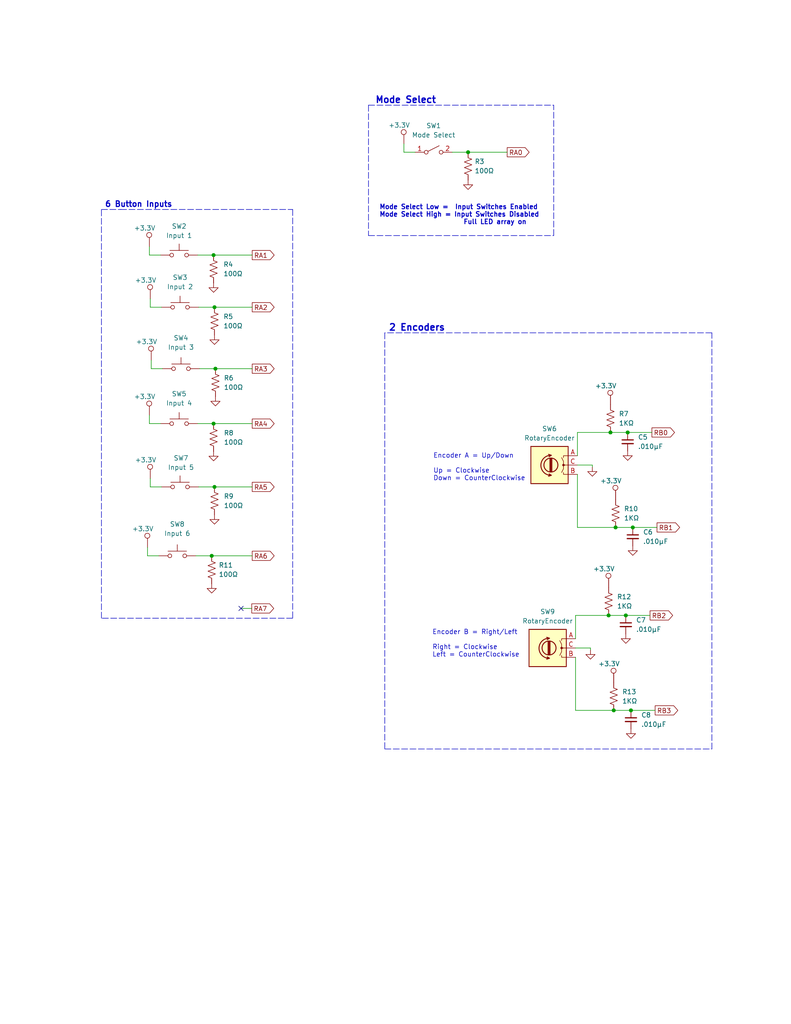
<source format=kicad_sch>
(kicad_sch (version 20211123) (generator eeschema)

  (uuid a2faa850-089b-4cae-a938-3c915691b200)

  (paper "A" portrait)

  (title_block
    (title "Peripheral Control PCB Deisgn")
    (date "2023-12-08")
    (rev "A")
  )

  (lib_symbols
    (symbol "+3.3V_2" (power) (pin_numbers hide) (pin_names hide) (in_bom no) (on_board no)
      (property "Reference" "#PWR" (id 0) (at -2.54 -3.81 0)
        (effects (font (size 1.27 1.27)) hide)
      )
      (property "Value" "+3.3V_2" (id 1) (at -1.5748 1.1176 0)
        (effects (font (size 1.27 1.27)))
      )
      (property "Footprint" "" (id 2) (at -2.54 -3.81 0)
        (effects (font (size 1.27 1.27)) hide)
      )
      (property "Datasheet" "" (id 3) (at -2.54 -3.81 0)
        (effects (font (size 1.27 1.27)) hide)
      )
      (symbol "+3.3V_2_0_1"
        (circle (center 2.4892 0.6604) (radius 0.691)
          (stroke (width 0) (type default) (color 0 0 0 0))
          (fill (type none))
        )
      )
      (symbol "+3.3V_2_1_1"
        (pin power_in line (at 2.54 -2.54 90) (length 2.54)
          (name "+3.3V" (effects (font (size 1.27 1.27))))
          (number "~" (effects (font (size 1.27 1.27))))
        )
      )
    )
    (symbol "Device:C_Small" (pin_numbers hide) (pin_names (offset 0.254) hide) (in_bom yes) (on_board yes)
      (property "Reference" "C" (id 0) (at 0.254 1.778 0)
        (effects (font (size 1.27 1.27)) (justify left))
      )
      (property "Value" "C_Small" (id 1) (at 0.254 -2.032 0)
        (effects (font (size 1.27 1.27)) (justify left))
      )
      (property "Footprint" "" (id 2) (at 0 0 0)
        (effects (font (size 1.27 1.27)) hide)
      )
      (property "Datasheet" "~" (id 3) (at 0 0 0)
        (effects (font (size 1.27 1.27)) hide)
      )
      (property "ki_keywords" "capacitor cap" (id 4) (at 0 0 0)
        (effects (font (size 1.27 1.27)) hide)
      )
      (property "ki_description" "Unpolarized capacitor, small symbol" (id 5) (at 0 0 0)
        (effects (font (size 1.27 1.27)) hide)
      )
      (property "ki_fp_filters" "C_*" (id 6) (at 0 0 0)
        (effects (font (size 1.27 1.27)) hide)
      )
      (symbol "C_Small_0_1"
        (polyline
          (pts
            (xy -1.524 -0.508)
            (xy 1.524 -0.508)
          )
          (stroke (width 0.3302) (type default) (color 0 0 0 0))
          (fill (type none))
        )
        (polyline
          (pts
            (xy -1.524 0.508)
            (xy 1.524 0.508)
          )
          (stroke (width 0.3048) (type default) (color 0 0 0 0))
          (fill (type none))
        )
      )
      (symbol "C_Small_1_1"
        (pin passive line (at 0 2.54 270) (length 2.032)
          (name "~" (effects (font (size 1.27 1.27))))
          (number "1" (effects (font (size 1.27 1.27))))
        )
        (pin passive line (at 0 -2.54 90) (length 2.032)
          (name "~" (effects (font (size 1.27 1.27))))
          (number "2" (effects (font (size 1.27 1.27))))
        )
      )
    )
    (symbol "Device:R_US" (pin_numbers hide) (pin_names (offset 0)) (in_bom yes) (on_board yes)
      (property "Reference" "R" (id 0) (at 2.54 0 90)
        (effects (font (size 1.27 1.27)))
      )
      (property "Value" "R_US" (id 1) (at -2.54 0 90)
        (effects (font (size 1.27 1.27)))
      )
      (property "Footprint" "" (id 2) (at 1.016 -0.254 90)
        (effects (font (size 1.27 1.27)) hide)
      )
      (property "Datasheet" "~" (id 3) (at 0 0 0)
        (effects (font (size 1.27 1.27)) hide)
      )
      (property "ki_keywords" "R res resistor" (id 4) (at 0 0 0)
        (effects (font (size 1.27 1.27)) hide)
      )
      (property "ki_description" "Resistor, US symbol" (id 5) (at 0 0 0)
        (effects (font (size 1.27 1.27)) hide)
      )
      (property "ki_fp_filters" "R_*" (id 6) (at 0 0 0)
        (effects (font (size 1.27 1.27)) hide)
      )
      (symbol "R_US_0_1"
        (polyline
          (pts
            (xy 0 -2.286)
            (xy 0 -2.54)
          )
          (stroke (width 0) (type default) (color 0 0 0 0))
          (fill (type none))
        )
        (polyline
          (pts
            (xy 0 2.286)
            (xy 0 2.54)
          )
          (stroke (width 0) (type default) (color 0 0 0 0))
          (fill (type none))
        )
        (polyline
          (pts
            (xy 0 -0.762)
            (xy 1.016 -1.143)
            (xy 0 -1.524)
            (xy -1.016 -1.905)
            (xy 0 -2.286)
          )
          (stroke (width 0) (type default) (color 0 0 0 0))
          (fill (type none))
        )
        (polyline
          (pts
            (xy 0 0.762)
            (xy 1.016 0.381)
            (xy 0 0)
            (xy -1.016 -0.381)
            (xy 0 -0.762)
          )
          (stroke (width 0) (type default) (color 0 0 0 0))
          (fill (type none))
        )
        (polyline
          (pts
            (xy 0 2.286)
            (xy 1.016 1.905)
            (xy 0 1.524)
            (xy -1.016 1.143)
            (xy 0 0.762)
          )
          (stroke (width 0) (type default) (color 0 0 0 0))
          (fill (type none))
        )
      )
      (symbol "R_US_1_1"
        (pin passive line (at 0 3.81 270) (length 1.27)
          (name "~" (effects (font (size 1.27 1.27))))
          (number "1" (effects (font (size 1.27 1.27))))
        )
        (pin passive line (at 0 -3.81 90) (length 1.27)
          (name "~" (effects (font (size 1.27 1.27))))
          (number "2" (effects (font (size 1.27 1.27))))
        )
      )
    )
    (symbol "Device:RotaryEncoder" (pin_names (offset 0.254) hide) (in_bom yes) (on_board yes)
      (property "Reference" "SW" (id 0) (at 0 6.604 0)
        (effects (font (size 1.27 1.27)))
      )
      (property "Value" "RotaryEncoder" (id 1) (at 0 -6.604 0)
        (effects (font (size 1.27 1.27)))
      )
      (property "Footprint" "" (id 2) (at -3.81 4.064 0)
        (effects (font (size 1.27 1.27)) hide)
      )
      (property "Datasheet" "~" (id 3) (at 0 6.604 0)
        (effects (font (size 1.27 1.27)) hide)
      )
      (property "ki_keywords" "rotary switch encoder" (id 4) (at 0 0 0)
        (effects (font (size 1.27 1.27)) hide)
      )
      (property "ki_description" "Rotary encoder, dual channel, incremental quadrate outputs" (id 5) (at 0 0 0)
        (effects (font (size 1.27 1.27)) hide)
      )
      (property "ki_fp_filters" "RotaryEncoder*" (id 6) (at 0 0 0)
        (effects (font (size 1.27 1.27)) hide)
      )
      (symbol "RotaryEncoder_0_1"
        (rectangle (start -5.08 5.08) (end 5.08 -5.08)
          (stroke (width 0.254) (type default) (color 0 0 0 0))
          (fill (type background))
        )
        (circle (center -3.81 0) (radius 0.254)
          (stroke (width 0) (type default) (color 0 0 0 0))
          (fill (type outline))
        )
        (arc (start -0.381 -2.794) (mid 2.3622 -0.0635) (end -0.381 2.667)
          (stroke (width 0.254) (type default) (color 0 0 0 0))
          (fill (type none))
        )
        (circle (center -0.381 0) (radius 1.905)
          (stroke (width 0.254) (type default) (color 0 0 0 0))
          (fill (type none))
        )
        (polyline
          (pts
            (xy -0.635 -1.778)
            (xy -0.635 1.778)
          )
          (stroke (width 0.254) (type default) (color 0 0 0 0))
          (fill (type none))
        )
        (polyline
          (pts
            (xy -0.381 -1.778)
            (xy -0.381 1.778)
          )
          (stroke (width 0.254) (type default) (color 0 0 0 0))
          (fill (type none))
        )
        (polyline
          (pts
            (xy -0.127 1.778)
            (xy -0.127 -1.778)
          )
          (stroke (width 0.254) (type default) (color 0 0 0 0))
          (fill (type none))
        )
        (polyline
          (pts
            (xy -5.08 -2.54)
            (xy -3.81 -2.54)
            (xy -3.81 -2.032)
          )
          (stroke (width 0) (type default) (color 0 0 0 0))
          (fill (type none))
        )
        (polyline
          (pts
            (xy -5.08 2.54)
            (xy -3.81 2.54)
            (xy -3.81 2.032)
          )
          (stroke (width 0) (type default) (color 0 0 0 0))
          (fill (type none))
        )
        (polyline
          (pts
            (xy 0.254 -3.048)
            (xy -0.508 -2.794)
            (xy 0.127 -2.413)
          )
          (stroke (width 0.254) (type default) (color 0 0 0 0))
          (fill (type none))
        )
        (polyline
          (pts
            (xy 0.254 2.921)
            (xy -0.508 2.667)
            (xy 0.127 2.286)
          )
          (stroke (width 0.254) (type default) (color 0 0 0 0))
          (fill (type none))
        )
        (polyline
          (pts
            (xy -5.08 0)
            (xy -3.81 0)
            (xy -3.81 -1.016)
            (xy -3.302 -2.032)
          )
          (stroke (width 0) (type default) (color 0 0 0 0))
          (fill (type none))
        )
        (polyline
          (pts
            (xy -4.318 0)
            (xy -3.81 0)
            (xy -3.81 1.016)
            (xy -3.302 2.032)
          )
          (stroke (width 0) (type default) (color 0 0 0 0))
          (fill (type none))
        )
      )
      (symbol "RotaryEncoder_1_1"
        (pin passive line (at -7.62 2.54 0) (length 2.54)
          (name "A" (effects (font (size 1.27 1.27))))
          (number "A" (effects (font (size 1.27 1.27))))
        )
        (pin passive line (at -7.62 -2.54 0) (length 2.54)
          (name "B" (effects (font (size 1.27 1.27))))
          (number "B" (effects (font (size 1.27 1.27))))
        )
        (pin passive line (at -7.62 0 0) (length 2.54)
          (name "C" (effects (font (size 1.27 1.27))))
          (number "C" (effects (font (size 1.27 1.27))))
        )
      )
    )
    (symbol "Switch:SW_Push" (pin_numbers hide) (pin_names (offset 1.016) hide) (in_bom yes) (on_board yes)
      (property "Reference" "SW" (id 0) (at 1.27 2.54 0)
        (effects (font (size 1.27 1.27)) (justify left))
      )
      (property "Value" "SW_Push" (id 1) (at 0 -1.524 0)
        (effects (font (size 1.27 1.27)))
      )
      (property "Footprint" "" (id 2) (at 0 5.08 0)
        (effects (font (size 1.27 1.27)) hide)
      )
      (property "Datasheet" "~" (id 3) (at 0 5.08 0)
        (effects (font (size 1.27 1.27)) hide)
      )
      (property "ki_keywords" "switch normally-open pushbutton push-button" (id 4) (at 0 0 0)
        (effects (font (size 1.27 1.27)) hide)
      )
      (property "ki_description" "Push button switch, generic, two pins" (id 5) (at 0 0 0)
        (effects (font (size 1.27 1.27)) hide)
      )
      (symbol "SW_Push_0_1"
        (circle (center -2.032 0) (radius 0.508)
          (stroke (width 0) (type default) (color 0 0 0 0))
          (fill (type none))
        )
        (polyline
          (pts
            (xy 0 1.27)
            (xy 0 3.048)
          )
          (stroke (width 0) (type default) (color 0 0 0 0))
          (fill (type none))
        )
        (polyline
          (pts
            (xy 2.54 1.27)
            (xy -2.54 1.27)
          )
          (stroke (width 0) (type default) (color 0 0 0 0))
          (fill (type none))
        )
        (circle (center 2.032 0) (radius 0.508)
          (stroke (width 0) (type default) (color 0 0 0 0))
          (fill (type none))
        )
        (pin passive line (at -5.08 0 0) (length 2.54)
          (name "1" (effects (font (size 1.27 1.27))))
          (number "1" (effects (font (size 1.27 1.27))))
        )
        (pin passive line (at 5.08 0 180) (length 2.54)
          (name "2" (effects (font (size 1.27 1.27))))
          (number "2" (effects (font (size 1.27 1.27))))
        )
      )
    )
    (symbol "Switch:SW_SPST" (pin_names (offset 0) hide) (in_bom yes) (on_board yes)
      (property "Reference" "SW" (id 0) (at 0 3.175 0)
        (effects (font (size 1.27 1.27)))
      )
      (property "Value" "SW_SPST" (id 1) (at 0 -2.54 0)
        (effects (font (size 1.27 1.27)))
      )
      (property "Footprint" "" (id 2) (at 0 0 0)
        (effects (font (size 1.27 1.27)) hide)
      )
      (property "Datasheet" "~" (id 3) (at 0 0 0)
        (effects (font (size 1.27 1.27)) hide)
      )
      (property "ki_keywords" "switch lever" (id 4) (at 0 0 0)
        (effects (font (size 1.27 1.27)) hide)
      )
      (property "ki_description" "Single Pole Single Throw (SPST) switch" (id 5) (at 0 0 0)
        (effects (font (size 1.27 1.27)) hide)
      )
      (symbol "SW_SPST_0_0"
        (circle (center -2.032 0) (radius 0.508)
          (stroke (width 0) (type default) (color 0 0 0 0))
          (fill (type none))
        )
        (polyline
          (pts
            (xy -1.524 0.254)
            (xy 1.524 1.778)
          )
          (stroke (width 0) (type default) (color 0 0 0 0))
          (fill (type none))
        )
        (circle (center 2.032 0) (radius 0.508)
          (stroke (width 0) (type default) (color 0 0 0 0))
          (fill (type none))
        )
      )
      (symbol "SW_SPST_1_1"
        (pin passive line (at -5.08 0 0) (length 2.54)
          (name "A" (effects (font (size 1.27 1.27))))
          (number "1" (effects (font (size 1.27 1.27))))
        )
        (pin passive line (at 5.08 0 180) (length 2.54)
          (name "B" (effects (font (size 1.27 1.27))))
          (number "2" (effects (font (size 1.27 1.27))))
        )
      )
    )
    (symbol "power:GND" (power) (pin_numbers hide) (pin_names (offset 0) hide) (in_bom yes) (on_board yes)
      (property "Reference" "#PWR" (id 0) (at 0 -6.35 0)
        (effects (font (size 1.27 1.27)) hide)
      )
      (property "Value" "GND" (id 1) (at 0 -3.81 0)
        (effects (font (size 1.27 1.27)))
      )
      (property "Footprint" "" (id 2) (at 0 0 0)
        (effects (font (size 1.27 1.27)) hide)
      )
      (property "Datasheet" "" (id 3) (at 0 0 0)
        (effects (font (size 1.27 1.27)) hide)
      )
      (property "ki_keywords" "power-flag" (id 4) (at 0 0 0)
        (effects (font (size 1.27 1.27)) hide)
      )
      (property "ki_description" "Power symbol creates a global label with name \"GND\" , ground" (id 5) (at 0 0 0)
        (effects (font (size 1.27 1.27)) hide)
      )
      (symbol "GND_0_1"
        (polyline
          (pts
            (xy 0 0)
            (xy 0 -1.27)
            (xy 1.27 -1.27)
            (xy 0 -2.54)
            (xy -1.27 -1.27)
            (xy 0 -1.27)
          )
          (stroke (width 0) (type default) (color 0 0 0 0))
          (fill (type none))
        )
      )
      (symbol "GND_1_1"
        (pin power_in line (at 0 0 270) (length 0) hide
          (name "GND" (effects (font (size 1.27 1.27))))
          (number "1" (effects (font (size 1.27 1.27))))
        )
      )
    )
  )

  (junction (at 57.785 151.638) (diameter 0) (color 0 0 0 0)
    (uuid 0fbbef99-4ab6-48d7-ba8f-33d61c7149f7)
  )
  (junction (at 170.815 167.894) (diameter 0) (color 0 0 0 0)
    (uuid 15b408c1-c1e3-4422-9bbf-4ed375152e7b)
  )
  (junction (at 58.547 132.842) (diameter 0) (color 0 0 0 0)
    (uuid 2371fa13-3eb6-4eb4-a453-95b0db7c2dcd)
  )
  (junction (at 58.547 83.82) (diameter 0) (color 0 0 0 0)
    (uuid 6574d310-6538-45ae-bd08-85cbdb12b3ef)
  )
  (junction (at 172.212 193.802) (diameter 0) (color 0 0 0 0)
    (uuid 658f9702-a6ce-4b1e-b8ee-ca88067af973)
  )
  (junction (at 166.624 117.983) (diameter 0) (color 0 0 0 0)
    (uuid 7e866fa1-db60-42c1-a553-308b0b51d30c)
  )
  (junction (at 58.293 69.596) (diameter 0) (color 0 0 0 0)
    (uuid 86057ed6-13e2-4f09-992c-f6ccddc21933)
  )
  (junction (at 166.116 167.894) (diameter 0) (color 0 0 0 0)
    (uuid 8cccd8d6-57c4-4017-9349-e2a925eaa346)
  )
  (junction (at 58.801 100.584) (diameter 0) (color 0 0 0 0)
    (uuid 94a99fc6-5fa7-4849-a158-c8e02edbe188)
  )
  (junction (at 172.72 143.891) (diameter 0) (color 0 0 0 0)
    (uuid 9d7975e4-798d-4713-89ed-398ce0c3bbc8)
  )
  (junction (at 168.021 143.891) (diameter 0) (color 0 0 0 0)
    (uuid add76fef-9f67-4fb5-9b99-4cbede4ef005)
  )
  (junction (at 127.762 41.529) (diameter 0) (color 0 0 0 0)
    (uuid b4b24d29-4f39-4cb3-b207-938e207a0167)
  )
  (junction (at 171.323 117.983) (diameter 0) (color 0 0 0 0)
    (uuid d720b55d-da2c-4be5-9c26-3b0e031c9a04)
  )
  (junction (at 58.293 115.57) (diameter 0) (color 0 0 0 0)
    (uuid ec34224d-fc2b-46d4-8ef0-95193890bce9)
  )
  (junction (at 167.513 193.802) (diameter 0) (color 0 0 0 0)
    (uuid ef4ee28b-3cdb-4a1c-bc99-0babded4fbdf)
  )

  (no_connect (at 65.786 165.989) (uuid b292a723-89bd-46c8-a60f-9d2c18028bcf))

  (polyline (pts (xy 105.029 108.839) (xy 105.029 204.343))
    (stroke (width 0) (type default) (color 0 0 0 0))
    (uuid 034681c1-54de-44ae-850c-7a127c0c6277)
  )

  (wire (pts (xy 41.021 132.842) (xy 44.069 132.842))
    (stroke (width 0) (type default) (color 0 0 0 0))
    (uuid 087a3732-302a-47cf-9825-cf2386964e62)
  )
  (wire (pts (xy 157.099 176.784) (xy 161.163 176.784))
    (stroke (width 0) (type default) (color 0 0 0 0))
    (uuid 0cedda4e-9f75-4f70-b838-f9193c9f7dd3)
  )
  (wire (pts (xy 157.607 143.891) (xy 168.021 143.891))
    (stroke (width 0) (type default) (color 0 0 0 0))
    (uuid 0e37a472-ccd8-49d0-9fa4-7a0354ccf223)
  )
  (wire (pts (xy 58.547 83.82) (xy 68.834 83.82))
    (stroke (width 0) (type default) (color 0 0 0 0))
    (uuid 142aeb06-4ce5-4bc4-b88c-ded25114dfb6)
  )
  (wire (pts (xy 54.229 132.842) (xy 58.547 132.842))
    (stroke (width 0) (type default) (color 0 0 0 0))
    (uuid 178888f0-e966-4d3f-80f5-436ed581279d)
  )
  (polyline (pts (xy 194.31 90.805) (xy 105.029 90.805))
    (stroke (width 0) (type default) (color 0 0 0 0))
    (uuid 1b04e95c-ad1a-4f48-aa73-486cfb6759e5)
  )
  (polyline (pts (xy 194.31 204.343) (xy 194.31 90.805))
    (stroke (width 0) (type default) (color 0 0 0 0))
    (uuid 1c210047-d639-4969-bc14-31a986f3ec7d)
  )
  (polyline (pts (xy 151.13 64.262) (xy 151.13 28.702))
    (stroke (width 0) (type default) (color 0 0 0 0))
    (uuid 1d70a9c3-6015-45cd-a5d1-83ba771067e2)
  )

  (wire (pts (xy 53.975 69.596) (xy 58.293 69.596))
    (stroke (width 0) (type default) (color 0 0 0 0))
    (uuid 200b828d-b7aa-4654-9b7d-f817d26b3c32)
  )
  (wire (pts (xy 58.293 69.596) (xy 68.834 69.596))
    (stroke (width 0) (type default) (color 0 0 0 0))
    (uuid 30f75bc7-19b9-42dd-8780-73ea01c18bc0)
  )
  (wire (pts (xy 157.099 167.894) (xy 166.116 167.894))
    (stroke (width 0) (type default) (color 0 0 0 0))
    (uuid 36aa236d-60c6-4a48-871d-12e4a2c7e2d1)
  )
  (polyline (pts (xy 27.686 168.656) (xy 27.686 57.15))
    (stroke (width 0) (type default) (color 0 0 0 0))
    (uuid 40e7b306-1573-47c2-9428-adc0a5c58c14)
  )

  (wire (pts (xy 127.762 41.529) (xy 138.43 41.529))
    (stroke (width 0) (type default) (color 0 0 0 0))
    (uuid 4231c1e6-3b4e-4988-bb09-add8bf285d72)
  )
  (wire (pts (xy 157.099 179.324) (xy 157.099 193.802))
    (stroke (width 0) (type default) (color 0 0 0 0))
    (uuid 4a393079-7ddb-4676-b609-f52f3de0e56a)
  )
  (wire (pts (xy 110.236 39.243) (xy 110.236 41.529))
    (stroke (width 0) (type default) (color 0 0 0 0))
    (uuid 4f7e6c30-a6c2-43c5-b350-4ee9800f1429)
  )
  (wire (pts (xy 41.021 130.556) (xy 41.021 132.842))
    (stroke (width 0) (type default) (color 0 0 0 0))
    (uuid 5371b507-c12f-4b96-847d-27f057a64011)
  )
  (wire (pts (xy 41.021 81.534) (xy 41.021 83.82))
    (stroke (width 0) (type default) (color 0 0 0 0))
    (uuid 53e671e3-95f6-4d38-8bb8-f1cc40165b20)
  )
  (polyline (pts (xy 79.883 168.656) (xy 27.686 168.656))
    (stroke (width 0) (type default) (color 0 0 0 0))
    (uuid 545bfe4e-2360-4f97-9b6f-26e126036d99)
  )

  (wire (pts (xy 58.801 100.584) (xy 68.834 100.584))
    (stroke (width 0) (type default) (color 0 0 0 0))
    (uuid 57a03d52-ede0-489b-b7ce-e53bb38c7054)
  )
  (wire (pts (xy 40.767 69.596) (xy 43.815 69.596))
    (stroke (width 0) (type default) (color 0 0 0 0))
    (uuid 594183d1-2f02-4ba3-b3f0-060f1a425ecb)
  )
  (polyline (pts (xy 100.584 64.262) (xy 151.13 64.262))
    (stroke (width 0) (type default) (color 0 0 0 0))
    (uuid 5b3cf0b8-c4f0-460d-aad3-1d635d1bc29f)
  )
  (polyline (pts (xy 105.029 204.343) (xy 194.31 204.343))
    (stroke (width 0) (type default) (color 0 0 0 0))
    (uuid 5cab42eb-611a-4347-963e-c6edddb36756)
  )

  (wire (pts (xy 41.275 98.298) (xy 41.275 100.584))
    (stroke (width 0) (type default) (color 0 0 0 0))
    (uuid 61eb7e93-3c0f-4c6f-b744-0c29411d1138)
  )
  (wire (pts (xy 58.547 132.842) (xy 68.834 132.842))
    (stroke (width 0) (type default) (color 0 0 0 0))
    (uuid 651fa417-7958-4014-b6ff-e077e89912ee)
  )
  (wire (pts (xy 161.671 126.873) (xy 161.671 127.381))
    (stroke (width 0) (type default) (color 0 0 0 0))
    (uuid 6d8ba2f9-99ca-4a37-ba4e-4222338f6eb2)
  )
  (wire (pts (xy 161.163 176.784) (xy 161.163 177.292))
    (stroke (width 0) (type default) (color 0 0 0 0))
    (uuid 70599e6e-5a0c-4955-a68c-85bbc4d71a88)
  )
  (polyline (pts (xy 32.893 57.15) (xy 79.883 57.15))
    (stroke (width 0) (type default) (color 0 0 0 0))
    (uuid 72508ddc-8bc6-4d7b-a79a-05db1539c3db)
  )
  (polyline (pts (xy 100.584 28.702) (xy 151.13 28.702))
    (stroke (width 0) (type default) (color 0 0 0 0))
    (uuid 72ecc3b2-6165-40c3-a6ac-c7771a8e081d)
  )
  (polyline (pts (xy 79.883 57.15) (xy 79.883 168.656))
    (stroke (width 0) (type default) (color 0 0 0 0))
    (uuid 77ca280f-43a5-4095-85d6-5d01ef62aa4c)
  )

  (wire (pts (xy 168.021 143.891) (xy 172.72 143.891))
    (stroke (width 0) (type default) (color 0 0 0 0))
    (uuid 788ead78-e881-46c3-8383-824ffb61067c)
  )
  (wire (pts (xy 40.259 149.352) (xy 40.259 151.638))
    (stroke (width 0) (type default) (color 0 0 0 0))
    (uuid 7c06a333-090e-4398-8eea-07aa1ebd2e28)
  )
  (wire (pts (xy 53.467 151.638) (xy 57.785 151.638))
    (stroke (width 0) (type default) (color 0 0 0 0))
    (uuid 867f8bbd-76ca-48d6-a2a7-7d307c15920d)
  )
  (polyline (pts (xy 27.686 57.15) (xy 33.02 57.15))
    (stroke (width 0) (type default) (color 0 0 0 0))
    (uuid 8b334d2b-5d7f-4657-b96c-d7dd86148716)
  )

  (wire (pts (xy 167.513 193.802) (xy 172.212 193.802))
    (stroke (width 0) (type default) (color 0 0 0 0))
    (uuid 8df4500c-6b68-41ee-b67f-0e3b6a30f53e)
  )
  (wire (pts (xy 157.099 174.244) (xy 157.099 167.894))
    (stroke (width 0) (type default) (color 0 0 0 0))
    (uuid 91a36962-4507-4404-800d-3c4483a9e1e0)
  )
  (wire (pts (xy 40.767 113.284) (xy 40.767 115.57))
    (stroke (width 0) (type default) (color 0 0 0 0))
    (uuid 93341bec-decc-4b25-8376-bd8fa8c21172)
  )
  (wire (pts (xy 157.607 117.983) (xy 166.624 117.983))
    (stroke (width 0) (type default) (color 0 0 0 0))
    (uuid 95e26d23-261e-46dc-984d-55f048e9a616)
  )
  (wire (pts (xy 123.444 41.529) (xy 127.762 41.529))
    (stroke (width 0) (type default) (color 0 0 0 0))
    (uuid 98774a7f-ad28-46d7-9630-fc14bdda7c3c)
  )
  (wire (pts (xy 54.229 83.82) (xy 58.547 83.82))
    (stroke (width 0) (type default) (color 0 0 0 0))
    (uuid 9881ac3a-4022-4618-a21f-311855c01e06)
  )
  (wire (pts (xy 172.212 193.802) (xy 178.816 193.802))
    (stroke (width 0) (type default) (color 0 0 0 0))
    (uuid 9d450d00-a95e-4ae8-9cdc-d70ad7fd6ed2)
  )
  (wire (pts (xy 157.607 124.333) (xy 157.607 117.983))
    (stroke (width 0) (type default) (color 0 0 0 0))
    (uuid 9dc4eb91-74ac-4e65-91fc-2c899e3de1d1)
  )
  (wire (pts (xy 54.483 100.584) (xy 58.801 100.584))
    (stroke (width 0) (type default) (color 0 0 0 0))
    (uuid a4218cc9-8540-4feb-8423-1766ecd1c6fd)
  )
  (wire (pts (xy 40.259 151.638) (xy 43.307 151.638))
    (stroke (width 0) (type default) (color 0 0 0 0))
    (uuid a44c85a6-93ea-4c07-be44-d0bae14a4614)
  )
  (wire (pts (xy 157.607 129.413) (xy 157.607 143.891))
    (stroke (width 0) (type default) (color 0 0 0 0))
    (uuid a542e4d0-f7b2-42c0-91e4-553e3eb935bf)
  )
  (wire (pts (xy 157.607 126.873) (xy 161.671 126.873))
    (stroke (width 0) (type default) (color 0 0 0 0))
    (uuid a7bc2577-2f45-4d8b-aba9-98353c747736)
  )
  (wire (pts (xy 41.021 83.82) (xy 44.069 83.82))
    (stroke (width 0) (type default) (color 0 0 0 0))
    (uuid b8f912d9-fb45-469c-9044-cd0d9425d7b6)
  )
  (wire (pts (xy 157.099 193.802) (xy 167.513 193.802))
    (stroke (width 0) (type default) (color 0 0 0 0))
    (uuid bc3f250b-42fc-4386-acb4-1acc9b1edb57)
  )
  (wire (pts (xy 166.624 117.983) (xy 171.323 117.983))
    (stroke (width 0) (type default) (color 0 0 0 0))
    (uuid bf9430ab-fae2-4277-8167-86d85df8a879)
  )
  (wire (pts (xy 166.116 167.894) (xy 170.815 167.894))
    (stroke (width 0) (type default) (color 0 0 0 0))
    (uuid c180cf35-840b-4e4b-b861-8460b9d7f754)
  )
  (wire (pts (xy 58.293 115.57) (xy 68.834 115.57))
    (stroke (width 0) (type default) (color 0 0 0 0))
    (uuid c228f0f4-7859-4f90-a942-934dbed842d8)
  )
  (wire (pts (xy 57.785 151.638) (xy 68.834 151.638))
    (stroke (width 0) (type default) (color 0 0 0 0))
    (uuid cb282299-c7bb-4304-8a12-ba513be4c01c)
  )
  (wire (pts (xy 53.975 115.57) (xy 58.293 115.57))
    (stroke (width 0) (type default) (color 0 0 0 0))
    (uuid ce118c80-8aa0-4b03-98cc-cbcfc7b58a68)
  )
  (wire (pts (xy 170.815 167.894) (xy 177.419 167.894))
    (stroke (width 0) (type default) (color 0 0 0 0))
    (uuid d1365317-922f-41e2-95cc-a84d5d3d3d88)
  )
  (polyline (pts (xy 100.584 28.702) (xy 100.584 64.262))
    (stroke (width 0) (type default) (color 0 0 0 0))
    (uuid dc25a66e-a855-4082-af46-2af460b3e63e)
  )

  (wire (pts (xy 40.767 115.57) (xy 43.815 115.57))
    (stroke (width 0) (type default) (color 0 0 0 0))
    (uuid e78edffd-838c-47b8-b14c-8a217f72a2bc)
  )
  (polyline (pts (xy 105.029 90.805) (xy 105.029 108.839))
    (stroke (width 0) (type default) (color 0 0 0 0))
    (uuid e93acc4c-e0dc-4a65-aca5-bba30656ebc4)
  )

  (wire (pts (xy 110.236 41.529) (xy 113.284 41.529))
    (stroke (width 0) (type default) (color 0 0 0 0))
    (uuid ea07b7dd-2a25-4f7b-be7f-3848169da2bb)
  )
  (wire (pts (xy 65.786 165.989) (xy 68.707 165.989))
    (stroke (width 0) (type default) (color 0 0 0 0))
    (uuid ed4b25b9-3bd6-4460-a314-a3b413ff19c3)
  )
  (wire (pts (xy 171.323 117.983) (xy 177.927 117.983))
    (stroke (width 0) (type default) (color 0 0 0 0))
    (uuid edd430e2-cd52-42a1-b6f8-34422bcada0c)
  )
  (wire (pts (xy 172.72 143.891) (xy 179.324 143.891))
    (stroke (width 0) (type default) (color 0 0 0 0))
    (uuid ee52edc1-c1df-4808-bb8a-7533e81b20bb)
  )
  (wire (pts (xy 41.275 100.584) (xy 44.323 100.584))
    (stroke (width 0) (type default) (color 0 0 0 0))
    (uuid f32eef6b-cb68-4a9f-843a-cb5b3cfb9b06)
  )
  (wire (pts (xy 40.767 67.31) (xy 40.767 69.596))
    (stroke (width 0) (type default) (color 0 0 0 0))
    (uuid fb15d6f3-7bfb-46bf-a16d-16ed5f082166)
  )

  (text "6 Button Inputs" (at 28.575 56.769 0)
    (effects (font (size 1.524 1.524) bold) (justify left bottom))
    (uuid 2b0d62f1-8260-4807-a468-5e63f026209d)
  )
  (text "Encoder B = Right/Left\n\nRight = Clockwise\nLeft = CounterClockwise"
    (at 117.983 179.451 0)
    (effects (font (size 1.27 1.27)) (justify left bottom))
    (uuid 59742b6d-f00f-4d2d-bd2b-6630be807a7b)
  )
  (text "Mode Select Low =  Input Switches Enabled\nMode Select High = Input Switches Disabled\n				   Full LED array on\n				   "
    (at 103.505 63.5 0)
    (effects (font (size 1.27 1.27) (thickness 0.254) bold) (justify left bottom))
    (uuid 85830a84-4ca9-483d-824d-70cc733e33e0)
  )
  (text "2 Encoders" (at 106.045 90.551 0)
    (effects (font (size 1.778 1.778) bold) (justify left bottom))
    (uuid cb5d8ace-eb2d-4a24-ba3b-b393dc1d0ad7)
  )
  (text "Mode Select" (at 102.362 28.448 0)
    (effects (font (size 1.778 1.778) (thickness 0.3556) bold) (justify left bottom))
    (uuid e657ed2e-a04a-4631-83eb-3edf2a64c6de)
  )
  (text "Encoder A = Up/Down\n\nUp = Clockwise\nDown = CounterClockwise"
    (at 118.237 131.318 0)
    (effects (font (size 1.27 1.27)) (justify left bottom))
    (uuid fbaf4ce9-c334-4915-8da8-ef00481100f5)
  )

  (global_label "RB1" (shape output) (at 179.324 143.891 0) (fields_autoplaced)
    (effects (font (size 1.27 1.27)) (justify left))
    (uuid 0da3fad3-50ab-4083-9ca8-fcf1d8d1f3c2)
    (property "Intersheet References" "${INTERSHEET_REFS}" (id 0) (at 185.4866 143.8116 0)
      (effects (font (size 1.27 1.27)) (justify left) hide)
    )
  )
  (global_label "RA6" (shape output) (at 68.834 151.638 0) (fields_autoplaced)
    (effects (font (size 1.27 1.27)) (justify left))
    (uuid 0ec789a0-b3f4-48d1-a7ce-6b8ef18a3211)
    (property "Intersheet References" "${INTERSHEET_REFS}" (id 0) (at 74.8152 151.5586 0)
      (effects (font (size 1.27 1.27)) (justify left) hide)
    )
  )
  (global_label "RA1" (shape output) (at 68.834 69.596 0) (fields_autoplaced)
    (effects (font (size 1.27 1.27)) (justify left))
    (uuid 1430c7c6-fb95-4d05-a6fe-2ac56d8064e4)
    (property "Intersheet References" "${INTERSHEET_REFS}" (id 0) (at 74.8152 69.5166 0)
      (effects (font (size 1.27 1.27)) (justify left) hide)
    )
  )
  (global_label "RB0" (shape output) (at 177.927 117.983 0) (fields_autoplaced)
    (effects (font (size 1.27 1.27)) (justify left))
    (uuid 28ce2ed8-828a-4f7e-8173-da8f86b3f113)
    (property "Intersheet References" "${INTERSHEET_REFS}" (id 0) (at 184.0896 117.9036 0)
      (effects (font (size 1.27 1.27)) (justify left) hide)
    )
  )
  (global_label "RB3" (shape output) (at 178.816 193.802 0) (fields_autoplaced)
    (effects (font (size 1.27 1.27)) (justify left))
    (uuid 46404b22-fe8d-4df7-a1f3-54fe1c132c30)
    (property "Intersheet References" "${INTERSHEET_REFS}" (id 0) (at 184.9786 193.7226 0)
      (effects (font (size 1.27 1.27)) (justify left) hide)
    )
  )
  (global_label "RA3" (shape output) (at 68.834 100.584 0) (fields_autoplaced)
    (effects (font (size 1.27 1.27)) (justify left))
    (uuid 597d203e-cb97-4c49-8753-b6696c33e500)
    (property "Intersheet References" "${INTERSHEET_REFS}" (id 0) (at 74.8152 100.5046 0)
      (effects (font (size 1.27 1.27)) (justify left) hide)
    )
  )
  (global_label "RA0" (shape output) (at 138.43 41.529 0) (fields_autoplaced)
    (effects (font (size 1.27 1.27)) (justify left))
    (uuid 6fd61bc8-c7c3-4425-a5f8-1a2ccfa3b0ea)
    (property "Intersheet References" "${INTERSHEET_REFS}" (id 0) (at 144.4112 41.4496 0)
      (effects (font (size 1.27 1.27)) (justify left) hide)
    )
  )
  (global_label "RA7" (shape output) (at 68.707 165.989 0) (fields_autoplaced)
    (effects (font (size 1.27 1.27)) (justify left))
    (uuid 7dd7ab32-935e-405a-a993-2dbd63600f60)
    (property "Intersheet References" "${INTERSHEET_REFS}" (id 0) (at 74.6882 166.0684 0)
      (effects (font (size 1.27 1.27)) (justify left) hide)
    )
  )
  (global_label "RB2" (shape output) (at 177.419 167.894 0) (fields_autoplaced)
    (effects (font (size 1.27 1.27)) (justify left))
    (uuid e65b24a2-10ed-406e-b013-63cfa4013327)
    (property "Intersheet References" "${INTERSHEET_REFS}" (id 0) (at 183.5816 167.8146 0)
      (effects (font (size 1.27 1.27)) (justify left) hide)
    )
  )
  (global_label "RA2" (shape output) (at 68.834 83.82 0) (fields_autoplaced)
    (effects (font (size 1.27 1.27)) (justify left))
    (uuid e6c6db2c-d1a2-4d65-ba91-1e5b4ff0080f)
    (property "Intersheet References" "${INTERSHEET_REFS}" (id 0) (at 74.8152 83.7406 0)
      (effects (font (size 1.27 1.27)) (justify left) hide)
    )
  )
  (global_label "RA5" (shape output) (at 68.834 132.842 0) (fields_autoplaced)
    (effects (font (size 1.27 1.27)) (justify left))
    (uuid ebe5409e-20d8-4d23-89ff-1a16b2c36a13)
    (property "Intersheet References" "${INTERSHEET_REFS}" (id 0) (at 74.8152 132.7626 0)
      (effects (font (size 1.27 1.27)) (justify left) hide)
    )
  )
  (global_label "RA4" (shape output) (at 68.834 115.57 0) (fields_autoplaced)
    (effects (font (size 1.27 1.27)) (justify left))
    (uuid f1df2413-5b89-4df3-bc29-8d760a63fc4c)
    (property "Intersheet References" "${INTERSHEET_REFS}" (id 0) (at 74.8152 115.4906 0)
      (effects (font (size 1.27 1.27)) (justify left) hide)
    )
  )

  (symbol (lib_id "power:GND") (at 58.547 91.44 0) (unit 1)
    (in_bom yes) (on_board yes) (fields_autoplaced)
    (uuid 063dfddf-870d-4c57-8d42-f84f068e5ac8)
    (property "Reference" "#PWR016" (id 0) (at 58.547 97.79 0)
      (effects (font (size 1.27 1.27)) hide)
    )
    (property "Value" "GND" (id 1) (at 58.547 96.52 0)
      (effects (font (size 1.27 1.27)) hide)
    )
    (property "Footprint" "" (id 2) (at 58.547 91.44 0)
      (effects (font (size 1.27 1.27)) hide)
    )
    (property "Datasheet" "" (id 3) (at 58.547 91.44 0)
      (effects (font (size 1.27 1.27)) hide)
    )
    (pin "1" (uuid 85512b81-7730-4910-9f76-c62c1081972b))
  )

  (symbol (lib_id "power:GND") (at 172.212 198.882 0) (unit 1)
    (in_bom yes) (on_board yes) (fields_autoplaced)
    (uuid 095b2373-cfd7-43fb-ab65-4f8898098334)
    (property "Reference" "#PWR034" (id 0) (at 172.212 205.232 0)
      (effects (font (size 1.27 1.27)) hide)
    )
    (property "Value" "GND" (id 1) (at 172.212 203.962 0)
      (effects (font (size 1.27 1.27)) hide)
    )
    (property "Footprint" "" (id 2) (at 172.212 198.882 0)
      (effects (font (size 1.27 1.27)) hide)
    )
    (property "Datasheet" "" (id 3) (at 172.212 198.882 0)
      (effects (font (size 1.27 1.27)) hide)
    )
    (pin "1" (uuid a0973f89-3598-4644-bb77-7ce2411b4b13))
  )

  (symbol (lib_id "Device:C_Small") (at 171.323 120.523 0) (unit 1)
    (in_bom yes) (on_board yes) (fields_autoplaced)
    (uuid 0a855a2c-a9ac-4dbc-a0b9-fc7c6d6e8e61)
    (property "Reference" "C5" (id 0) (at 174.117 119.2592 0)
      (effects (font (size 1.27 1.27)) (justify left))
    )
    (property "Value" ".010µF" (id 1) (at 174.117 121.7992 0)
      (effects (font (size 1.27 1.27)) (justify left))
    )
    (property "Footprint" "" (id 2) (at 171.323 120.523 0)
      (effects (font (size 1.27 1.27)) hide)
    )
    (property "Datasheet" "~" (id 3) (at 171.323 120.523 0)
      (effects (font (size 1.27 1.27)) hide)
    )
    (pin "1" (uuid 029c73c4-d292-4b59-bbef-037bb266fa3c))
    (pin "2" (uuid fef67ec1-526b-4a1e-8710-c712701b04de))
  )

  (symbol (lib_id "Device:R_US") (at 168.021 140.081 0) (unit 1)
    (in_bom yes) (on_board yes) (fields_autoplaced)
    (uuid 1270fb8e-c28f-415f-a99d-8e019dbd5beb)
    (property "Reference" "R10" (id 0) (at 170.307 138.8109 0)
      (effects (font (size 1.27 1.27)) (justify left))
    )
    (property "Value" "1KΩ" (id 1) (at 170.307 141.3509 0)
      (effects (font (size 1.27 1.27)) (justify left))
    )
    (property "Footprint" "" (id 2) (at 169.037 140.335 90)
      (effects (font (size 1.27 1.27)) hide)
    )
    (property "Datasheet" "~" (id 3) (at 168.021 140.081 0)
      (effects (font (size 1.27 1.27)) hide)
    )
    (pin "1" (uuid 5283c64c-c233-42d3-9212-bb831c64a2d1))
    (pin "2" (uuid 88ff9749-422c-4011-9f63-fc98a72b4eee))
  )

  (symbol (lib_id "power:GND") (at 58.293 77.216 0) (unit 1)
    (in_bom yes) (on_board yes) (fields_autoplaced)
    (uuid 15ff8cf9-691e-45f8-a351-5f6683398fe2)
    (property "Reference" "#PWR014" (id 0) (at 58.293 83.566 0)
      (effects (font (size 1.27 1.27)) hide)
    )
    (property "Value" "GND" (id 1) (at 58.293 82.296 0)
      (effects (font (size 1.27 1.27)) hide)
    )
    (property "Footprint" "" (id 2) (at 58.293 77.216 0)
      (effects (font (size 1.27 1.27)) hide)
    )
    (property "Datasheet" "" (id 3) (at 58.293 77.216 0)
      (effects (font (size 1.27 1.27)) hide)
    )
    (pin "1" (uuid 6b6f17d1-17fe-49d1-99fc-5449f71d25d0))
  )

  (symbol (lib_id "power:GND") (at 161.671 127.381 0) (unit 1)
    (in_bom yes) (on_board yes) (fields_autoplaced)
    (uuid 2d159cf5-5959-4c71-91b8-415b48f7ba73)
    (property "Reference" "#PWR023" (id 0) (at 161.671 133.731 0)
      (effects (font (size 1.27 1.27)) hide)
    )
    (property "Value" "GND" (id 1) (at 161.671 132.461 0)
      (effects (font (size 1.27 1.27)) hide)
    )
    (property "Footprint" "" (id 2) (at 161.671 127.381 0)
      (effects (font (size 1.27 1.27)) hide)
    )
    (property "Datasheet" "" (id 3) (at 161.671 127.381 0)
      (effects (font (size 1.27 1.27)) hide)
    )
    (pin "1" (uuid 85e584df-8fc6-4d35-9c7b-fd09231a9496))
  )

  (symbol (lib_id "Switch:SW_Push") (at 49.149 83.82 0) (unit 1)
    (in_bom yes) (on_board yes) (fields_autoplaced)
    (uuid 2da0ab7d-f0ca-4fa2-9084-e8291cef8796)
    (property "Reference" "SW3" (id 0) (at 49.149 75.692 0))
    (property "Value" "Input 2" (id 1) (at 49.149 78.232 0))
    (property "Footprint" "" (id 2) (at 49.149 78.74 0)
      (effects (font (size 1.27 1.27)) hide)
    )
    (property "Datasheet" "~" (id 3) (at 49.149 78.74 0)
      (effects (font (size 1.27 1.27)) hide)
    )
    (pin "1" (uuid e51973b0-94e6-434f-a17a-32f241d01f97))
    (pin "2" (uuid 6b897f23-a84a-49af-81ce-e269eacc010a))
  )

  (symbol (lib_id "power:GND") (at 172.72 148.971 0) (unit 1)
    (in_bom yes) (on_board yes) (fields_autoplaced)
    (uuid 30f9b025-2d88-4423-9f39-d22a4bcd875b)
    (property "Reference" "#PWR028" (id 0) (at 172.72 155.321 0)
      (effects (font (size 1.27 1.27)) hide)
    )
    (property "Value" "GND" (id 1) (at 172.72 154.051 0)
      (effects (font (size 1.27 1.27)) hide)
    )
    (property "Footprint" "" (id 2) (at 172.72 148.971 0)
      (effects (font (size 1.27 1.27)) hide)
    )
    (property "Datasheet" "" (id 3) (at 172.72 148.971 0)
      (effects (font (size 1.27 1.27)) hide)
    )
    (pin "1" (uuid 67489167-1c48-4fbf-896a-9c4c5144ed5d))
  )

  (symbol (lib_name "+3.3V_2") (lib_id "jm_power:+3.3V") (at 37.719 146.812 0) (unit 1)
    (in_bom yes) (on_board yes) (fields_autoplaced)
    (uuid 32877d30-ff1f-45d7-a193-f506de7da995)
    (property "Reference" "#PWR027" (id 0) (at 35.179 150.622 0)
      (effects (font (size 1.27 1.27)) hide)
    )
    (property "Value" "+3.3V" (id 1) (at 38.989 144.272 0))
    (property "Footprint" "" (id 2) (at 35.179 150.622 0)
      (effects (font (size 1.27 1.27)) hide)
    )
    (property "Datasheet" "" (id 3) (at 35.179 150.622 0)
      (effects (font (size 1.27 1.27)) hide)
    )
    (pin "~" (uuid 49983a33-956b-47ac-987a-25521a0a8289))
  )

  (symbol (lib_id "Device:R_US") (at 58.547 136.652 0) (unit 1)
    (in_bom yes) (on_board yes) (fields_autoplaced)
    (uuid 3458d07a-382b-4f4c-8272-6527e57569af)
    (property "Reference" "R9" (id 0) (at 61.087 135.3819 0)
      (effects (font (size 1.27 1.27)) (justify left))
    )
    (property "Value" "100Ω" (id 1) (at 61.087 137.9219 0)
      (effects (font (size 1.27 1.27)) (justify left))
    )
    (property "Footprint" "" (id 2) (at 59.563 136.906 90)
      (effects (font (size 1.27 1.27)) hide)
    )
    (property "Datasheet" "~" (id 3) (at 58.547 136.652 0)
      (effects (font (size 1.27 1.27)) hide)
    )
    (pin "1" (uuid 01a08d9c-45f9-44f4-b470-468555e43194))
    (pin "2" (uuid 8b0fb5e9-0c26-47b6-a6e3-83b6b9143964))
  )

  (symbol (lib_name "+3.3V_2") (lib_id "jm_power:+3.3V") (at 164.084 107.823 0) (unit 1)
    (in_bom yes) (on_board yes) (fields_autoplaced)
    (uuid 35e08194-962d-40d0-b321-f6ce835c55cc)
    (property "Reference" "#PWR018" (id 0) (at 161.544 111.633 0)
      (effects (font (size 1.27 1.27)) hide)
    )
    (property "Value" "+3.3V" (id 1) (at 165.354 105.283 0))
    (property "Footprint" "" (id 2) (at 161.544 111.633 0)
      (effects (font (size 1.27 1.27)) hide)
    )
    (property "Datasheet" "" (id 3) (at 161.544 111.633 0)
      (effects (font (size 1.27 1.27)) hide)
    )
    (pin "~" (uuid ca2d3308-0b7e-4aae-b27c-6753ea7b190e))
  )

  (symbol (lib_id "Device:C_Small") (at 170.815 170.434 0) (unit 1)
    (in_bom yes) (on_board yes) (fields_autoplaced)
    (uuid 360cff39-4f99-4e8c-b69f-c2308b36dfef)
    (property "Reference" "C7" (id 0) (at 173.609 169.1702 0)
      (effects (font (size 1.27 1.27)) (justify left))
    )
    (property "Value" ".010µF" (id 1) (at 173.609 171.7102 0)
      (effects (font (size 1.27 1.27)) (justify left))
    )
    (property "Footprint" "" (id 2) (at 170.815 170.434 0)
      (effects (font (size 1.27 1.27)) hide)
    )
    (property "Datasheet" "~" (id 3) (at 170.815 170.434 0)
      (effects (font (size 1.27 1.27)) hide)
    )
    (pin "1" (uuid 7559939d-96d5-40c0-9f5f-6dcb5a0947d5))
    (pin "2" (uuid ad987222-31e4-46c6-8de6-422df7d3ac8c))
  )

  (symbol (lib_id "Switch:SW_Push") (at 48.895 115.57 0) (unit 1)
    (in_bom yes) (on_board yes) (fields_autoplaced)
    (uuid 3bfa3f5b-8110-4c60-b334-95213f2ff956)
    (property "Reference" "SW5" (id 0) (at 48.895 107.442 0))
    (property "Value" "Input 4" (id 1) (at 48.895 109.982 0))
    (property "Footprint" "" (id 2) (at 48.895 110.49 0)
      (effects (font (size 1.27 1.27)) hide)
    )
    (property "Datasheet" "~" (id 3) (at 48.895 110.49 0)
      (effects (font (size 1.27 1.27)) hide)
    )
    (pin "1" (uuid 80257eb1-49db-47ac-b010-0933642d2f53))
    (pin "2" (uuid 3113a65c-c2b5-47d9-83e3-f58d0120a7e8))
  )

  (symbol (lib_id "Device:R_US") (at 58.801 104.394 0) (unit 1)
    (in_bom yes) (on_board yes) (fields_autoplaced)
    (uuid 40494abe-354b-4062-94be-20e70e6f9ddf)
    (property "Reference" "R6" (id 0) (at 61.087 103.1239 0)
      (effects (font (size 1.27 1.27)) (justify left))
    )
    (property "Value" "100Ω" (id 1) (at 61.087 105.6639 0)
      (effects (font (size 1.27 1.27)) (justify left))
    )
    (property "Footprint" "" (id 2) (at 59.817 104.648 90)
      (effects (font (size 1.27 1.27)) hide)
    )
    (property "Datasheet" "~" (id 3) (at 58.801 104.394 0)
      (effects (font (size 1.27 1.27)) hide)
    )
    (pin "1" (uuid bda39887-63ad-401b-9f55-e314bbc9918a))
    (pin "2" (uuid c9708434-a71e-4711-a2d7-2aea191afca3))
  )

  (symbol (lib_id "Switch:SW_Push") (at 48.387 151.638 0) (unit 1)
    (in_bom yes) (on_board yes) (fields_autoplaced)
    (uuid 470c285f-0037-4728-88fe-2c8589f1acf1)
    (property "Reference" "SW8" (id 0) (at 48.387 143.002 0))
    (property "Value" "Input 6" (id 1) (at 48.387 145.542 0))
    (property "Footprint" "" (id 2) (at 48.387 146.558 0)
      (effects (font (size 1.27 1.27)) hide)
    )
    (property "Datasheet" "~" (id 3) (at 48.387 146.558 0)
      (effects (font (size 1.27 1.27)) hide)
    )
    (pin "1" (uuid 3a2ea1f7-c176-4d93-9fd0-fa01acb26088))
    (pin "2" (uuid c6244dfb-1d0f-4962-898d-29bc7e044a21))
  )

  (symbol (lib_name "+3.3V_2") (lib_id "jm_power:+3.3V") (at 38.735 95.758 0) (unit 1)
    (in_bom yes) (on_board yes) (fields_autoplaced)
    (uuid 4c92f87a-c333-401f-ae87-74e2ac8e5294)
    (property "Reference" "#PWR017" (id 0) (at 36.195 99.568 0)
      (effects (font (size 1.27 1.27)) hide)
    )
    (property "Value" "+3.3V" (id 1) (at 40.005 93.218 0))
    (property "Footprint" "" (id 2) (at 36.195 99.568 0)
      (effects (font (size 1.27 1.27)) hide)
    )
    (property "Datasheet" "" (id 3) (at 36.195 99.568 0)
      (effects (font (size 1.27 1.27)) hide)
    )
    (pin "~" (uuid fef683b8-4a56-4b5f-bcec-1dbef4143e8c))
  )

  (symbol (lib_id "Switch:SW_Push") (at 48.895 69.596 0) (unit 1)
    (in_bom yes) (on_board yes) (fields_autoplaced)
    (uuid 5005816f-b3e7-4cbe-b127-dee92d4b6071)
    (property "Reference" "SW2" (id 0) (at 48.895 61.722 0))
    (property "Value" "Input 1" (id 1) (at 48.895 64.262 0))
    (property "Footprint" "" (id 2) (at 48.895 64.516 0)
      (effects (font (size 1.27 1.27)) hide)
    )
    (property "Datasheet" "~" (id 3) (at 48.895 64.516 0)
      (effects (font (size 1.27 1.27)) hide)
    )
    (pin "1" (uuid f2899879-b1cf-4082-870e-01881803d4e0))
    (pin "2" (uuid 0d625e2f-fdaa-4086-82c9-299865b92e66))
  )

  (symbol (lib_name "+3.3V_2") (lib_id "jm_power:+3.3V") (at 165.481 133.731 0) (unit 1)
    (in_bom yes) (on_board yes) (fields_autoplaced)
    (uuid 50bde382-1e0e-4232-ab90-0a3b24e7cea6)
    (property "Reference" "#PWR025" (id 0) (at 162.941 137.541 0)
      (effects (font (size 1.27 1.27)) hide)
    )
    (property "Value" "+3.3V" (id 1) (at 166.751 131.191 0))
    (property "Footprint" "" (id 2) (at 162.941 137.541 0)
      (effects (font (size 1.27 1.27)) hide)
    )
    (property "Datasheet" "" (id 3) (at 162.941 137.541 0)
      (effects (font (size 1.27 1.27)) hide)
    )
    (pin "~" (uuid 11d667e1-fede-4380-bd56-691a3a4b846d))
  )

  (symbol (lib_id "power:GND") (at 58.547 140.462 0) (unit 1)
    (in_bom yes) (on_board yes) (fields_autoplaced)
    (uuid 599147bf-612d-46ea-a758-937ba4e9517a)
    (property "Reference" "#PWR026" (id 0) (at 58.547 146.812 0)
      (effects (font (size 1.27 1.27)) hide)
    )
    (property "Value" "GND" (id 1) (at 58.547 145.542 0)
      (effects (font (size 1.27 1.27)) hide)
    )
    (property "Footprint" "" (id 2) (at 58.547 140.462 0)
      (effects (font (size 1.27 1.27)) hide)
    )
    (property "Datasheet" "" (id 3) (at 58.547 140.462 0)
      (effects (font (size 1.27 1.27)) hide)
    )
    (pin "1" (uuid 9db09603-193f-4939-bc7d-0fe40ab23a10))
  )

  (symbol (lib_id "Device:RotaryEncoder") (at 149.987 126.873 0) (mirror y) (unit 1)
    (in_bom yes) (on_board yes) (fields_autoplaced)
    (uuid 5b9c9fc2-8834-45af-b5bf-800e8a6382a1)
    (property "Reference" "SW6" (id 0) (at 149.987 116.967 0))
    (property "Value" "RotaryEncoder" (id 1) (at 149.987 119.507 0))
    (property "Footprint" "" (id 2) (at 153.797 122.809 0)
      (effects (font (size 1.27 1.27)) hide)
    )
    (property "Datasheet" "~" (id 3) (at 149.987 120.269 0)
      (effects (font (size 1.27 1.27)) hide)
    )
    (pin "A" (uuid 60296446-9591-443d-9f37-b3fd7679896b))
    (pin "B" (uuid 21fe154a-6240-4161-8942-da029285459a))
    (pin "C" (uuid 6463a3ae-244b-4a12-9105-70cc70939ef0))
  )

  (symbol (lib_id "Switch:SW_Push") (at 49.403 100.584 0) (unit 1)
    (in_bom yes) (on_board yes) (fields_autoplaced)
    (uuid 63b01b67-066e-4126-81f7-4ee7a2144efd)
    (property "Reference" "SW4" (id 0) (at 49.403 92.202 0))
    (property "Value" "Input 3" (id 1) (at 49.403 94.742 0))
    (property "Footprint" "" (id 2) (at 49.403 95.504 0)
      (effects (font (size 1.27 1.27)) hide)
    )
    (property "Datasheet" "~" (id 3) (at 49.403 95.504 0)
      (effects (font (size 1.27 1.27)) hide)
    )
    (pin "1" (uuid fe9cde43-a344-467c-a50c-3127adf0e3c1))
    (pin "2" (uuid 14f33606-715d-47b9-a933-2a8ae491ae78))
  )

  (symbol (lib_id "Device:C_Small") (at 172.72 146.431 0) (unit 1)
    (in_bom yes) (on_board yes) (fields_autoplaced)
    (uuid 64c9987c-d1ed-4a81-ac09-b4b626b6ea9d)
    (property "Reference" "C6" (id 0) (at 175.514 145.1672 0)
      (effects (font (size 1.27 1.27)) (justify left))
    )
    (property "Value" ".010µF" (id 1) (at 175.514 147.7072 0)
      (effects (font (size 1.27 1.27)) (justify left))
    )
    (property "Footprint" "" (id 2) (at 172.72 146.431 0)
      (effects (font (size 1.27 1.27)) hide)
    )
    (property "Datasheet" "~" (id 3) (at 172.72 146.431 0)
      (effects (font (size 1.27 1.27)) hide)
    )
    (pin "1" (uuid ad643c68-7363-4b6f-9fc1-47edb4a607aa))
    (pin "2" (uuid ea64929e-bcb3-450a-a653-e65c75c0f1eb))
  )

  (symbol (lib_id "Device:R_US") (at 57.785 155.448 0) (unit 1)
    (in_bom yes) (on_board yes) (fields_autoplaced)
    (uuid 6a417a63-b4f4-43dc-a342-e6f39ecad015)
    (property "Reference" "R11" (id 0) (at 59.69 154.1779 0)
      (effects (font (size 1.27 1.27)) (justify left))
    )
    (property "Value" "100Ω" (id 1) (at 59.69 156.7179 0)
      (effects (font (size 1.27 1.27)) (justify left))
    )
    (property "Footprint" "" (id 2) (at 58.801 155.702 90)
      (effects (font (size 1.27 1.27)) hide)
    )
    (property "Datasheet" "~" (id 3) (at 57.785 155.448 0)
      (effects (font (size 1.27 1.27)) hide)
    )
    (pin "1" (uuid 97b3aa17-bef7-49e3-bd59-697db47890ea))
    (pin "2" (uuid d6f9a381-0271-42ae-988f-cc9ec62984f9))
  )

  (symbol (lib_id "power:GND") (at 171.323 123.063 0) (unit 1)
    (in_bom yes) (on_board yes) (fields_autoplaced)
    (uuid 9090b132-e544-4319-9fad-9568bbd33a19)
    (property "Reference" "#PWR021" (id 0) (at 171.323 129.413 0)
      (effects (font (size 1.27 1.27)) hide)
    )
    (property "Value" "GND" (id 1) (at 171.323 128.143 0)
      (effects (font (size 1.27 1.27)) hide)
    )
    (property "Footprint" "" (id 2) (at 171.323 123.063 0)
      (effects (font (size 1.27 1.27)) hide)
    )
    (property "Datasheet" "" (id 3) (at 171.323 123.063 0)
      (effects (font (size 1.27 1.27)) hide)
    )
    (pin "1" (uuid 6ed3c536-2f2d-4d5c-8e6c-660080945f89))
  )

  (symbol (lib_id "power:GND") (at 58.801 108.204 0) (unit 1)
    (in_bom yes) (on_board yes) (fields_autoplaced)
    (uuid 983fe298-0858-459d-91ea-e3542deb0bb9)
    (property "Reference" "#PWR019" (id 0) (at 58.801 114.554 0)
      (effects (font (size 1.27 1.27)) hide)
    )
    (property "Value" "GND" (id 1) (at 58.801 113.284 0)
      (effects (font (size 1.27 1.27)) hide)
    )
    (property "Footprint" "" (id 2) (at 58.801 108.204 0)
      (effects (font (size 1.27 1.27)) hide)
    )
    (property "Datasheet" "" (id 3) (at 58.801 108.204 0)
      (effects (font (size 1.27 1.27)) hide)
    )
    (pin "1" (uuid f7980f03-ff79-41c9-b713-4aa95580ab55))
  )

  (symbol (lib_id "Device:R_US") (at 58.547 87.63 0) (unit 1)
    (in_bom yes) (on_board yes) (fields_autoplaced)
    (uuid 9d1c36f2-c88c-44b4-b76a-a1ea06b1546f)
    (property "Reference" "R5" (id 0) (at 60.96 86.3599 0)
      (effects (font (size 1.27 1.27)) (justify left))
    )
    (property "Value" "100Ω" (id 1) (at 60.96 88.8999 0)
      (effects (font (size 1.27 1.27)) (justify left))
    )
    (property "Footprint" "" (id 2) (at 59.563 87.884 90)
      (effects (font (size 1.27 1.27)) hide)
    )
    (property "Datasheet" "~" (id 3) (at 58.547 87.63 0)
      (effects (font (size 1.27 1.27)) hide)
    )
    (pin "1" (uuid 268756e8-c6cb-4225-ae78-6182339fafb4))
    (pin "2" (uuid 1dcfb53f-cb71-4c14-bce3-01d2933a7e9f))
  )

  (symbol (lib_id "Device:R_US") (at 166.116 164.084 0) (unit 1)
    (in_bom yes) (on_board yes) (fields_autoplaced)
    (uuid a0f345cb-177b-4297-9e0c-4cb9413d5ad4)
    (property "Reference" "R12" (id 0) (at 168.402 162.8139 0)
      (effects (font (size 1.27 1.27)) (justify left))
    )
    (property "Value" "1KΩ" (id 1) (at 168.402 165.3539 0)
      (effects (font (size 1.27 1.27)) (justify left))
    )
    (property "Footprint" "" (id 2) (at 167.132 164.338 90)
      (effects (font (size 1.27 1.27)) hide)
    )
    (property "Datasheet" "~" (id 3) (at 166.116 164.084 0)
      (effects (font (size 1.27 1.27)) hide)
    )
    (pin "1" (uuid c301c703-5db1-436c-8922-ca2deb264273))
    (pin "2" (uuid 83ad1852-efdf-4bd8-92af-89570853385c))
  )

  (symbol (lib_name "+3.3V_2") (lib_id "jm_power:+3.3V") (at 163.576 157.734 0) (unit 1)
    (in_bom yes) (on_board yes) (fields_autoplaced)
    (uuid aa72959c-04c4-4fe9-873d-ea0c317214ab)
    (property "Reference" "#PWR029" (id 0) (at 161.036 161.544 0)
      (effects (font (size 1.27 1.27)) hide)
    )
    (property "Value" "+3.3V" (id 1) (at 164.846 155.194 0))
    (property "Footprint" "" (id 2) (at 161.036 161.544 0)
      (effects (font (size 1.27 1.27)) hide)
    )
    (property "Datasheet" "" (id 3) (at 161.036 161.544 0)
      (effects (font (size 1.27 1.27)) hide)
    )
    (pin "~" (uuid 1df4e2c5-52f3-4b0c-bbf6-b264023e8612))
  )

  (symbol (lib_id "Device:R_US") (at 58.293 119.38 0) (unit 1)
    (in_bom yes) (on_board yes) (fields_autoplaced)
    (uuid b0a88c9c-2ec0-4a2f-83c5-01ca139d88da)
    (property "Reference" "R8" (id 0) (at 61.087 118.1099 0)
      (effects (font (size 1.27 1.27)) (justify left))
    )
    (property "Value" "100Ω" (id 1) (at 61.087 120.6499 0)
      (effects (font (size 1.27 1.27)) (justify left))
    )
    (property "Footprint" "" (id 2) (at 59.309 119.634 90)
      (effects (font (size 1.27 1.27)) hide)
    )
    (property "Datasheet" "~" (id 3) (at 58.293 119.38 0)
      (effects (font (size 1.27 1.27)) hide)
    )
    (pin "1" (uuid 5a4d4489-236c-400f-a488-4d6dddd3f099))
    (pin "2" (uuid 016645d8-488b-4524-b170-ffc7b8b7c2fb))
  )

  (symbol (lib_id "power:GND") (at 58.293 123.19 0) (unit 1)
    (in_bom yes) (on_board yes) (fields_autoplaced)
    (uuid b4f76802-fd1a-4657-8c77-0626efbe9077)
    (property "Reference" "#PWR022" (id 0) (at 58.293 129.54 0)
      (effects (font (size 1.27 1.27)) hide)
    )
    (property "Value" "GND" (id 1) (at 58.293 128.27 0)
      (effects (font (size 1.27 1.27)) hide)
    )
    (property "Footprint" "" (id 2) (at 58.293 123.19 0)
      (effects (font (size 1.27 1.27)) hide)
    )
    (property "Datasheet" "" (id 3) (at 58.293 123.19 0)
      (effects (font (size 1.27 1.27)) hide)
    )
    (pin "1" (uuid 2e1c81f3-974f-485c-840b-0179b8350d71))
  )

  (symbol (lib_id "Device:RotaryEncoder") (at 149.479 176.784 0) (mirror y) (unit 1)
    (in_bom yes) (on_board yes) (fields_autoplaced)
    (uuid b6db8d0b-a55b-43db-91e7-f2d54b5117eb)
    (property "Reference" "SW9" (id 0) (at 149.479 166.878 0))
    (property "Value" "RotaryEncoder" (id 1) (at 149.479 169.418 0))
    (property "Footprint" "" (id 2) (at 153.289 172.72 0)
      (effects (font (size 1.27 1.27)) hide)
    )
    (property "Datasheet" "~" (id 3) (at 149.479 170.18 0)
      (effects (font (size 1.27 1.27)) hide)
    )
    (pin "A" (uuid 753e9568-2cb9-48d4-ad16-be78179841ae))
    (pin "B" (uuid a2f226c7-3013-483e-a365-22c23412dfe5))
    (pin "C" (uuid b2940838-012c-4721-9011-210ab26eb28a))
  )

  (symbol (lib_name "+3.3V_2") (lib_id "jm_power:+3.3V") (at 38.227 110.744 0) (unit 1)
    (in_bom yes) (on_board yes) (fields_autoplaced)
    (uuid b7b5f7e6-3658-4dbd-be3c-6e6f680f392f)
    (property "Reference" "#PWR020" (id 0) (at 35.687 114.554 0)
      (effects (font (size 1.27 1.27)) hide)
    )
    (property "Value" "+3.3V" (id 1) (at 39.497 108.204 0))
    (property "Footprint" "" (id 2) (at 35.687 114.554 0)
      (effects (font (size 1.27 1.27)) hide)
    )
    (property "Datasheet" "" (id 3) (at 35.687 114.554 0)
      (effects (font (size 1.27 1.27)) hide)
    )
    (pin "~" (uuid 96e02188-91b1-4a1f-b582-97be9b9771f2))
  )

  (symbol (lib_id "power:GND") (at 170.815 172.974 0) (unit 1)
    (in_bom yes) (on_board yes) (fields_autoplaced)
    (uuid bd74352c-63f0-420e-88ae-cc5a285072ae)
    (property "Reference" "#PWR031" (id 0) (at 170.815 179.324 0)
      (effects (font (size 1.27 1.27)) hide)
    )
    (property "Value" "GND" (id 1) (at 170.815 178.054 0)
      (effects (font (size 1.27 1.27)) hide)
    )
    (property "Footprint" "" (id 2) (at 170.815 172.974 0)
      (effects (font (size 1.27 1.27)) hide)
    )
    (property "Datasheet" "" (id 3) (at 170.815 172.974 0)
      (effects (font (size 1.27 1.27)) hide)
    )
    (pin "1" (uuid bfc06234-b68e-4cd0-bb28-10f5db3839e1))
  )

  (symbol (lib_name "+3.3V_2") (lib_id "jm_power:+3.3V") (at 164.973 183.642 0) (unit 1)
    (in_bom yes) (on_board yes) (fields_autoplaced)
    (uuid c168e832-d577-446d-8b1b-d9e25a4a104a)
    (property "Reference" "#PWR033" (id 0) (at 162.433 187.452 0)
      (effects (font (size 1.27 1.27)) hide)
    )
    (property "Value" "+3.3V" (id 1) (at 166.243 181.102 0))
    (property "Footprint" "" (id 2) (at 162.433 187.452 0)
      (effects (font (size 1.27 1.27)) hide)
    )
    (property "Datasheet" "" (id 3) (at 162.433 187.452 0)
      (effects (font (size 1.27 1.27)) hide)
    )
    (pin "~" (uuid a9a00ae1-61b4-4371-b453-114ed275e655))
  )

  (symbol (lib_id "Switch:SW_Push") (at 49.149 132.842 0) (unit 1)
    (in_bom yes) (on_board yes)
    (uuid c4d9095c-db7f-4621-b33b-95a87e4fd8d7)
    (property "Reference" "SW7" (id 0) (at 49.403 124.968 0))
    (property "Value" "Input 5" (id 1) (at 49.403 127.508 0))
    (property "Footprint" "" (id 2) (at 49.149 127.762 0)
      (effects (font (size 1.27 1.27)) hide)
    )
    (property "Datasheet" "~" (id 3) (at 49.149 127.762 0)
      (effects (font (size 1.27 1.27)) hide)
    )
    (pin "1" (uuid 6c09601c-7591-4b7b-a196-2790f7c3cabe))
    (pin "2" (uuid e7862c21-0247-47d3-82a2-6738fffdeb7c))
  )

  (symbol (lib_id "power:GND") (at 127.762 49.149 0) (unit 1)
    (in_bom yes) (on_board yes) (fields_autoplaced)
    (uuid c65e995c-91b6-41b5-be18-b397dffba265)
    (property "Reference" "#PWR012" (id 0) (at 127.762 55.499 0)
      (effects (font (size 1.27 1.27)) hide)
    )
    (property "Value" "GND" (id 1) (at 127.762 54.229 0)
      (effects (font (size 1.27 1.27)) hide)
    )
    (property "Footprint" "" (id 2) (at 127.762 49.149 0)
      (effects (font (size 1.27 1.27)) hide)
    )
    (property "Datasheet" "" (id 3) (at 127.762 49.149 0)
      (effects (font (size 1.27 1.27)) hide)
    )
    (pin "1" (uuid b2ec48a6-a432-47ae-a039-f2333eb0c4e2))
  )

  (symbol (lib_name "+3.3V_2") (lib_id "jm_power:+3.3V") (at 38.481 128.016 0) (unit 1)
    (in_bom yes) (on_board yes) (fields_autoplaced)
    (uuid d0a3fd72-da87-43bc-8a6e-9fbafe56e9ad)
    (property "Reference" "#PWR024" (id 0) (at 35.941 131.826 0)
      (effects (font (size 1.27 1.27)) hide)
    )
    (property "Value" "+3.3V" (id 1) (at 39.751 125.476 0))
    (property "Footprint" "" (id 2) (at 35.941 131.826 0)
      (effects (font (size 1.27 1.27)) hide)
    )
    (property "Datasheet" "" (id 3) (at 35.941 131.826 0)
      (effects (font (size 1.27 1.27)) hide)
    )
    (pin "~" (uuid 45615fca-209b-4022-b591-77a287051da6))
  )

  (symbol (lib_id "power:GND") (at 161.163 177.292 0) (unit 1)
    (in_bom yes) (on_board yes) (fields_autoplaced)
    (uuid dcc26b92-66cf-4025-b46f-01bf09da6f09)
    (property "Reference" "#PWR032" (id 0) (at 161.163 183.642 0)
      (effects (font (size 1.27 1.27)) hide)
    )
    (property "Value" "GND" (id 1) (at 161.163 182.372 0)
      (effects (font (size 1.27 1.27)) hide)
    )
    (property "Footprint" "" (id 2) (at 161.163 177.292 0)
      (effects (font (size 1.27 1.27)) hide)
    )
    (property "Datasheet" "" (id 3) (at 161.163 177.292 0)
      (effects (font (size 1.27 1.27)) hide)
    )
    (pin "1" (uuid 813422f7-5916-4fe9-a9c8-79da743817f7))
  )

  (symbol (lib_name "+3.3V_2") (lib_id "jm_power:+3.3V") (at 107.696 36.703 0) (unit 1)
    (in_bom yes) (on_board yes) (fields_autoplaced)
    (uuid dff502f1-2fe5-4c09-a767-aabc78c2e052)
    (property "Reference" "#PWR011" (id 0) (at 105.156 40.513 0)
      (effects (font (size 1.27 1.27)) hide)
    )
    (property "Value" "+3.3V" (id 1) (at 108.966 34.163 0))
    (property "Footprint" "" (id 2) (at 105.156 40.513 0)
      (effects (font (size 1.27 1.27)) hide)
    )
    (property "Datasheet" "" (id 3) (at 105.156 40.513 0)
      (effects (font (size 1.27 1.27)) hide)
    )
    (pin "~" (uuid f306db20-6545-4540-af2c-be27a3e8a57d))
  )

  (symbol (lib_id "Device:R_US") (at 58.293 73.406 0) (unit 1)
    (in_bom yes) (on_board yes) (fields_autoplaced)
    (uuid e197dfa2-719b-4755-be09-e47fe0623710)
    (property "Reference" "R4" (id 0) (at 60.96 72.1359 0)
      (effects (font (size 1.27 1.27)) (justify left))
    )
    (property "Value" "100Ω" (id 1) (at 60.96 74.6759 0)
      (effects (font (size 1.27 1.27)) (justify left))
    )
    (property "Footprint" "" (id 2) (at 59.309 73.66 90)
      (effects (font (size 1.27 1.27)) hide)
    )
    (property "Datasheet" "~" (id 3) (at 58.293 73.406 0)
      (effects (font (size 1.27 1.27)) hide)
    )
    (pin "1" (uuid 044da0a7-cf17-4df2-b1ca-dd24df8898a3))
    (pin "2" (uuid 169ae574-6414-4f04-bc9b-27203b4285a6))
  )

  (symbol (lib_id "Device:R_US") (at 127.762 45.339 0) (unit 1)
    (in_bom yes) (on_board yes) (fields_autoplaced)
    (uuid e40d400f-21fb-4c65-843c-1a01a751a40c)
    (property "Reference" "R3" (id 0) (at 129.54 44.0689 0)
      (effects (font (size 1.27 1.27)) (justify left))
    )
    (property "Value" "100Ω" (id 1) (at 129.54 46.6089 0)
      (effects (font (size 1.27 1.27)) (justify left))
    )
    (property "Footprint" "" (id 2) (at 128.778 45.593 90)
      (effects (font (size 1.27 1.27)) hide)
    )
    (property "Datasheet" "~" (id 3) (at 127.762 45.339 0)
      (effects (font (size 1.27 1.27)) hide)
    )
    (pin "1" (uuid b7ebd993-b42f-4331-80f8-2f7bfd0840d9))
    (pin "2" (uuid ee068d09-b1dc-4716-83f5-a0a5516e2d8c))
  )

  (symbol (lib_id "Device:R_US") (at 166.624 114.173 0) (unit 1)
    (in_bom yes) (on_board yes) (fields_autoplaced)
    (uuid eac597f7-a669-418f-b8cd-e6134630b445)
    (property "Reference" "R7" (id 0) (at 168.91 112.9029 0)
      (effects (font (size 1.27 1.27)) (justify left))
    )
    (property "Value" "1KΩ" (id 1) (at 168.91 115.4429 0)
      (effects (font (size 1.27 1.27)) (justify left))
    )
    (property "Footprint" "" (id 2) (at 167.64 114.427 90)
      (effects (font (size 1.27 1.27)) hide)
    )
    (property "Datasheet" "~" (id 3) (at 166.624 114.173 0)
      (effects (font (size 1.27 1.27)) hide)
    )
    (pin "1" (uuid 33912293-7e09-4195-a1ba-35100458e42d))
    (pin "2" (uuid 705395d0-b503-4594-849d-d704163a92ee))
  )

  (symbol (lib_id "Device:C_Small") (at 172.212 196.342 0) (unit 1)
    (in_bom yes) (on_board yes) (fields_autoplaced)
    (uuid edfbf706-586b-4757-ac89-838889ce4462)
    (property "Reference" "C8" (id 0) (at 175.006 195.0782 0)
      (effects (font (size 1.27 1.27)) (justify left))
    )
    (property "Value" ".010µF" (id 1) (at 175.006 197.6182 0)
      (effects (font (size 1.27 1.27)) (justify left))
    )
    (property "Footprint" "" (id 2) (at 172.212 196.342 0)
      (effects (font (size 1.27 1.27)) hide)
    )
    (property "Datasheet" "~" (id 3) (at 172.212 196.342 0)
      (effects (font (size 1.27 1.27)) hide)
    )
    (pin "1" (uuid 985376c1-9b55-409c-a320-ff1113e21d9e))
    (pin "2" (uuid 55ffe8e6-5ad0-499b-8209-2893cac5af49))
  )

  (symbol (lib_id "Switch:SW_SPST") (at 118.364 41.529 0) (unit 1)
    (in_bom yes) (on_board yes) (fields_autoplaced)
    (uuid ee4f0e67-4aba-4b84-bab9-34a0092ebb17)
    (property "Reference" "SW1" (id 0) (at 118.364 34.29 0))
    (property "Value" "Mode Select" (id 1) (at 118.364 36.83 0))
    (property "Footprint" "" (id 2) (at 118.364 41.529 0)
      (effects (font (size 1.27 1.27)) hide)
    )
    (property "Datasheet" "~" (id 3) (at 118.364 41.529 0)
      (effects (font (size 1.27 1.27)) hide)
    )
    (pin "1" (uuid 98f75191-8173-4358-bd43-0183f40e146f))
    (pin "2" (uuid ed4e1334-738f-42d6-bf11-98cc1005d6c1))
  )

  (symbol (lib_name "+3.3V_2") (lib_id "jm_power:+3.3V") (at 38.481 78.994 0) (unit 1)
    (in_bom yes) (on_board yes) (fields_autoplaced)
    (uuid fb019ae5-5276-4e50-8910-d650d6f383ff)
    (property "Reference" "#PWR015" (id 0) (at 35.941 82.804 0)
      (effects (font (size 1.27 1.27)) hide)
    )
    (property "Value" "+3.3V" (id 1) (at 39.751 76.454 0))
    (property "Footprint" "" (id 2) (at 35.941 82.804 0)
      (effects (font (size 1.27 1.27)) hide)
    )
    (property "Datasheet" "" (id 3) (at 35.941 82.804 0)
      (effects (font (size 1.27 1.27)) hide)
    )
    (pin "~" (uuid 47c49591-0d7a-46d1-b88d-752bfda05dbf))
  )

  (symbol (lib_id "Device:R_US") (at 167.513 189.992 0) (unit 1)
    (in_bom yes) (on_board yes) (fields_autoplaced)
    (uuid fbfc4fd3-1441-4c98-a5c2-231bdb51eb4e)
    (property "Reference" "R13" (id 0) (at 169.799 188.7219 0)
      (effects (font (size 1.27 1.27)) (justify left))
    )
    (property "Value" "1KΩ" (id 1) (at 169.799 191.2619 0)
      (effects (font (size 1.27 1.27)) (justify left))
    )
    (property "Footprint" "" (id 2) (at 168.529 190.246 90)
      (effects (font (size 1.27 1.27)) hide)
    )
    (property "Datasheet" "~" (id 3) (at 167.513 189.992 0)
      (effects (font (size 1.27 1.27)) hide)
    )
    (pin "1" (uuid f270bfab-1394-4101-b7c3-3869a6124667))
    (pin "2" (uuid a975b8cc-9e34-4b52-bdbe-cdbe8803a26d))
  )

  (symbol (lib_id "power:GND") (at 57.785 159.258 0) (unit 1)
    (in_bom yes) (on_board yes) (fields_autoplaced)
    (uuid fcc853c0-8ab0-4178-8a32-c31b607dc6a3)
    (property "Reference" "#PWR030" (id 0) (at 57.785 165.608 0)
      (effects (font (size 1.27 1.27)) hide)
    )
    (property "Value" "GND" (id 1) (at 57.785 164.338 0)
      (effects (font (size 1.27 1.27)) hide)
    )
    (property "Footprint" "" (id 2) (at 57.785 159.258 0)
      (effects (font (size 1.27 1.27)) hide)
    )
    (property "Datasheet" "" (id 3) (at 57.785 159.258 0)
      (effects (font (size 1.27 1.27)) hide)
    )
    (pin "1" (uuid 6440e255-8910-4bca-830a-6317ad8f9a20))
  )

  (symbol (lib_name "+3.3V_2") (lib_id "jm_power:+3.3V") (at 38.227 64.77 0) (unit 1)
    (in_bom yes) (on_board yes) (fields_autoplaced)
    (uuid ff3f4e4a-a108-48f2-82e4-65d371ee3571)
    (property "Reference" "#PWR013" (id 0) (at 35.687 68.58 0)
      (effects (font (size 1.27 1.27)) hide)
    )
    (property "Value" "+3.3V" (id 1) (at 39.497 62.23 0))
    (property "Footprint" "" (id 2) (at 35.687 68.58 0)
      (effects (font (size 1.27 1.27)) hide)
    )
    (property "Datasheet" "" (id 3) (at 35.687 68.58 0)
      (effects (font (size 1.27 1.27)) hide)
    )
    (pin "~" (uuid 1ac9de36-492e-4a6b-bcf1-ef458fd3e29e))
  )
)

</source>
